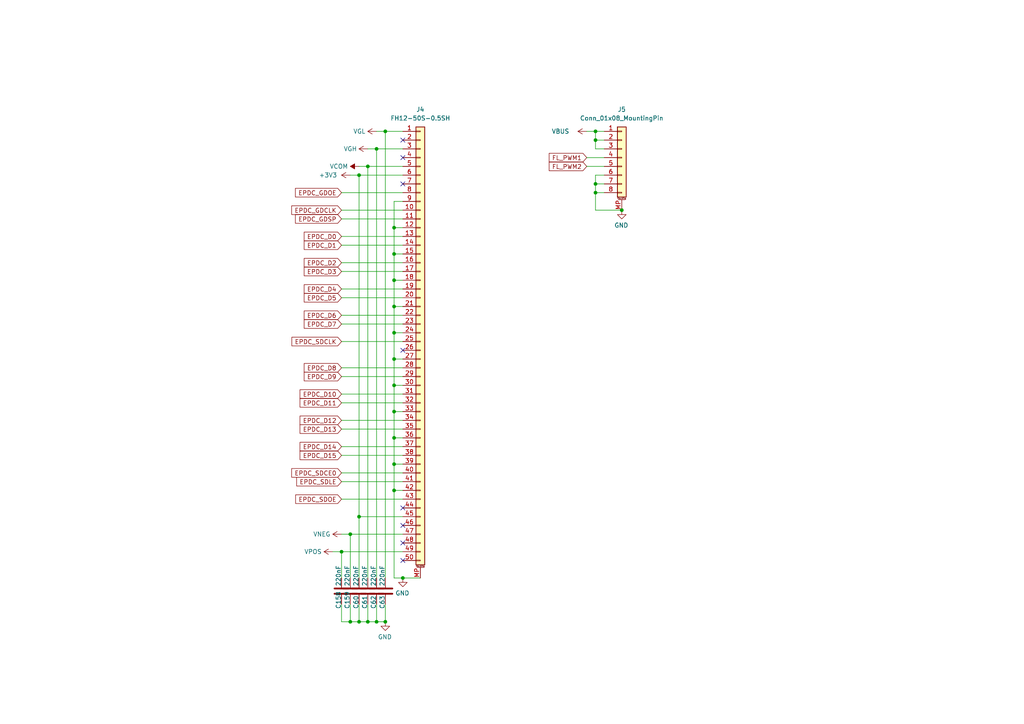
<source format=kicad_sch>
(kicad_sch (version 20231120) (generator "eeschema") (generator_version "8.0")
  (paper "A4")
  (lib_symbols
    (symbol "Connector_Generic_MountingPin:Conn_01x08_MountingPin" (pin_names (offset 1.016) hide)
      (property "Reference" "J" (at 0 10.16 0))
      (property "Value" "Conn_01x08_MountingPin" (at 1.27 -12.7 0))
      (symbol "Conn_01x08_MountingPin_1_1"
        (rectangle (start -1.27 -10.033) (end 0 -10.287) (stroke (width 0.1524)))
        (rectangle (start -1.27 -7.493) (end 0 -7.747) (stroke (width 0.1524)))
        (rectangle (start -1.27 -4.953) (end 0 -5.207) (stroke (width 0.1524)))
        (rectangle (start -1.27 -2.413) (end 0 -2.667) (stroke (width 0.1524)))
        (rectangle (start -1.27 0.127) (end 0 -0.127) (stroke (width 0.1524)))
        (rectangle (start -1.27 2.667) (end 0 2.413) (stroke (width 0.1524)))
        (rectangle (start -1.27 5.207) (end 0 4.953) (stroke (width 0.1524)))
        (rectangle (start -1.27 7.747) (end 0 7.493) (stroke (width 0.1524)))
        (rectangle (start -1.27 8.89) (end 1.27 -11.43) (stroke (width 0.254)) (fill (type background)))
        (polyline (pts (xy -1.016 -12.192) (xy 1.016 -12.192)) (stroke (width 0.1524)))
        (text "Mounting" (at 0 -11.811 0) (effects (font (size 0.381 0.381))))
        (pin passive line (at -5.08 7.62 0) (length 3.81) (name "Pin_1") (number "1"))
        (pin passive line (at -5.08 5.08 0) (length 3.81) (name "Pin_2") (number "2"))
        (pin passive line (at -5.08 2.54 0) (length 3.81) (name "Pin_3") (number "3"))
        (pin passive line (at -5.08 0 0) (length 3.81) (name "Pin_4") (number "4"))
        (pin passive line (at -5.08 -2.54 0) (length 3.81) (name "Pin_5") (number "5"))
        (pin passive line (at -5.08 -5.08 0) (length 3.81) (name "Pin_6") (number "6"))
        (pin passive line (at -5.08 -7.62 0) (length 3.81) (name "Pin_7") (number "7"))
        (pin passive line (at -5.08 -10.16 0) (length 3.81) (name "Pin_8") (number "8"))
        (pin passive line (at 0 -15.24 90) (length 3.048) (name "MountPin") (number "MP"))
      )
    )
    (symbol "Connector_Generic_MountingPin:Conn_01x50_MountingPin" (pin_names (offset 1.016) hide)
      (property "Reference" "J" (at 0 63.5 0))
      (property "Value" "Conn_01x50_MountingPin" (at 1.27 -66.04 0))
      (symbol "Conn_01x50_MountingPin_1_1"
        (rectangle (start -1.27 -63.373) (end 0 -63.627) (stroke (width 0.1524)))
        (rectangle (start -1.27 -60.833) (end 0 -61.087) (stroke (width 0.1524)))
        (rectangle (start -1.27 -58.293) (end 0 -58.547) (stroke (width 0.1524)))
        (rectangle (start -1.27 -55.753) (end 0 -56.007) (stroke (width 0.1524)))
        (rectangle (start -1.27 -53.213) (end 0 -53.467) (stroke (width 0.1524)))
        (rectangle (start -1.27 -50.673) (end 0 -50.927) (stroke (width 0.1524)))
        (rectangle (start -1.27 -48.133) (end 0 -48.387) (stroke (width 0.1524)))
        (rectangle (start -1.27 -45.593) (end 0 -45.847) (stroke (width 0.1524)))
        (rectangle (start -1.27 -43.053) (end 0 -43.307) (stroke (width 0.1524)))
        (rectangle (start -1.27 -40.513) (end 0 -40.767) (stroke (width 0.1524)))
        (rectangle (start -1.27 -37.973) (end 0 -38.227) (stroke (width 0.1524)))
        (rectangle (start -1.27 -35.433) (end 0 -35.687) (stroke (width 0.1524)))
        (rectangle (start -1.27 -32.893) (end 0 -33.147) (stroke (width 0.1524)))
        (rectangle (start -1.27 -30.353) (end 0 -30.607) (stroke (width 0.1524)))
        (rectangle (start -1.27 -27.813) (end 0 -28.067) (stroke (width 0.1524)))
        (rectangle (start -1.27 -25.273) (end 0 -25.527) (stroke (width 0.1524)))
        (rectangle (start -1.27 -22.733) (end 0 -22.987) (stroke (width 0.1524)))
        (rectangle (start -1.27 -20.193) (end 0 -20.447) (stroke (width 0.1524)))
        (rectangle (start -1.27 -17.653) (end 0 -17.907) (stroke (width 0.1524)))
        (rectangle (start -1.27 -15.113) (end 0 -15.367) (stroke (width 0.1524)))
        (rectangle (start -1.27 -12.573) (end 0 -12.827) (stroke (width 0.1524)))
        (rectangle (start -1.27 -10.033) (end 0 -10.287) (stroke (width 0.1524)))
        (rectangle (start -1.27 -7.493) (end 0 -7.747) (stroke (width 0.1524)))
        (rectangle (start -1.27 -4.953) (end 0 -5.207) (stroke (width 0.1524)))
        (rectangle (start -1.27 -2.413) (end 0 -2.667) (stroke (width 0.1524)))
        (rectangle (start -1.27 0.127) (end 0 -0.127) (stroke (width 0.1524)))
        (rectangle (start -1.27 2.667) (end 0 2.413) (stroke (width 0.1524)))
        (rectangle (start -1.27 5.207) (end 0 4.953) (stroke (width 0.1524)))
        (rectangle (start -1.27 7.747) (end 0 7.493) (stroke (width 0.1524)))
        (rectangle (start -1.27 10.287) (end 0 10.033) (stroke (width 0.1524)))
        (rectangle (start -1.27 12.827) (end 0 12.573) (stroke (width 0.1524)))
        (rectangle (start -1.27 15.367) (end 0 15.113) (stroke (width 0.1524)))
        (rectangle (start -1.27 17.907) (end 0 17.653) (stroke (width 0.1524)))
        (rectangle (start -1.27 20.447) (end 0 20.193) (stroke (width 0.1524)))
        (rectangle (start -1.27 22.987) (end 0 22.733) (stroke (width 0.1524)))
        (rectangle (start -1.27 25.527) (end 0 25.273) (stroke (width 0.1524)))
        (rectangle (start -1.27 28.067) (end 0 27.813) (stroke (width 0.1524)))
        (rectangle (start -1.27 30.607) (end 0 30.353) (stroke (width 0.1524)))
        (rectangle (start -1.27 33.147) (end 0 32.893) (stroke (width 0.1524)))
        (rectangle (start -1.27 35.687) (end 0 35.433) (stroke (width 0.1524)))
        (rectangle (start -1.27 38.227) (end 0 37.973) (stroke (width 0.1524)))
        (rectangle (start -1.27 40.767) (end 0 40.513) (stroke (width 0.1524)))
        (rectangle (start -1.27 43.307) (end 0 43.053) (stroke (width 0.1524)))
        (rectangle (start -1.27 45.847) (end 0 45.593) (stroke (width 0.1524)))
        (rectangle (start -1.27 48.387) (end 0 48.133) (stroke (width 0.1524)))
        (rectangle (start -1.27 50.927) (end 0 50.673) (stroke (width 0.1524)))
        (rectangle (start -1.27 53.467) (end 0 53.213) (stroke (width 0.1524)))
        (rectangle (start -1.27 56.007) (end 0 55.753) (stroke (width 0.1524)))
        (rectangle (start -1.27 58.547) (end 0 58.293) (stroke (width 0.1524)))
        (rectangle (start -1.27 61.087) (end 0 60.833) (stroke (width 0.1524)))
        (rectangle (start -1.27 62.23) (end 1.27 -64.77) (stroke (width 0.254)) (fill (type background)))
        (polyline (pts (xy -1.016 -65.532) (xy 1.016 -65.532)) (stroke (width 0.1524)))
        (text "Mounting" (at 0 -65.151 0) (effects (font (size 0.381 0.381))))
        (pin passive line (at -5.08 60.96 0) (length 3.81) (name "Pin_1") (number "1"))
        (pin passive line (at -5.08 38.1 0) (length 3.81) (name "Pin_10") (number "10"))
        (pin passive line (at -5.08 35.56 0) (length 3.81) (name "Pin_11") (number "11"))
        (pin passive line (at -5.08 33.02 0) (length 3.81) (name "Pin_12") (number "12"))
        (pin passive line (at -5.08 30.48 0) (length 3.81) (name "Pin_13") (number "13"))
        (pin passive line (at -5.08 27.94 0) (length 3.81) (name "Pin_14") (number "14"))
        (pin passive line (at -5.08 25.4 0) (length 3.81) (name "Pin_15") (number "15"))
        (pin passive line (at -5.08 22.86 0) (length 3.81) (name "Pin_16") (number "16"))
        (pin passive line (at -5.08 20.32 0) (length 3.81) (name "Pin_17") (number "17"))
        (pin passive line (at -5.08 17.78 0) (length 3.81) (name "Pin_18") (number "18"))
        (pin passive line (at -5.08 15.24 0) (length 3.81) (name "Pin_19") (number "19"))
        (pin passive line (at -5.08 58.42 0) (length 3.81) (name "Pin_2") (number "2"))
        (pin passive line (at -5.08 12.7 0) (length 3.81) (name "Pin_20") (number "20"))
        (pin passive line (at -5.08 10.16 0) (length 3.81) (name "Pin_21") (number "21"))
        (pin passive line (at -5.08 7.62 0) (length 3.81) (name "Pin_22") (number "22"))
        (pin passive line (at -5.08 5.08 0) (length 3.81) (name "Pin_23") (number "23"))
        (pin passive line (at -5.08 2.54 0) (length 3.81) (name "Pin_24") (number "24"))
        (pin passive line (at -5.08 0 0) (length 3.81) (name "Pin_25") (number "25"))
        (pin passive line (at -5.08 -2.54 0) (length 3.81) (name "Pin_26") (number "26"))
        (pin passive line (at -5.08 -5.08 0) (length 3.81) (name "Pin_27") (number "27"))
        (pin passive line (at -5.08 -7.62 0) (length 3.81) (name "Pin_28") (number "28"))
        (pin passive line (at -5.08 -10.16 0) (length 3.81) (name "Pin_29") (number "29"))
        (pin passive line (at -5.08 55.88 0) (length 3.81) (name "Pin_3") (number "3"))
        (pin passive line (at -5.08 -12.7 0) (length 3.81) (name "Pin_30") (number "30"))
        (pin passive line (at -5.08 -15.24 0) (length 3.81) (name "Pin_31") (number "31"))
        (pin passive line (at -5.08 -17.78 0) (length 3.81) (name "Pin_32") (number "32"))
        (pin passive line (at -5.08 -20.32 0) (length 3.81) (name "Pin_33") (number "33"))
        (pin passive line (at -5.08 -22.86 0) (length 3.81) (name "Pin_34") (number "34"))
        (pin passive line (at -5.08 -25.4 0) (length 3.81) (name "Pin_35") (number "35"))
        (pin passive line (at -5.08 -27.94 0) (length 3.81) (name "Pin_36") (number "36"))
        (pin passive line (at -5.08 -30.48 0) (length 3.81) (name "Pin_37") (number "37"))
        (pin passive line (at -5.08 -33.02 0) (length 3.81) (name "Pin_38") (number "38"))
        (pin passive line (at -5.08 -35.56 0) (length 3.81) (name "Pin_39") (number "39"))
        (pin passive line (at -5.08 53.34 0) (length 3.81) (name "Pin_4") (number "4"))
        (pin passive line (at -5.08 -38.1 0) (length 3.81) (name "Pin_40") (number "40"))
        (pin passive line (at -5.08 -40.64 0) (length 3.81) (name "Pin_41") (number "41"))
        (pin passive line (at -5.08 -43.18 0) (length 3.81) (name "Pin_42") (number "42"))
        (pin passive line (at -5.08 -45.72 0) (length 3.81) (name "Pin_43") (number "43"))
        (pin passive line (at -5.08 -48.26 0) (length 3.81) (name "Pin_44") (number "44"))
        (pin passive line (at -5.08 -50.8 0) (length 3.81) (name "Pin_45") (number "45"))
        (pin passive line (at -5.08 -53.34 0) (length 3.81) (name "Pin_46") (number "46"))
        (pin passive line (at -5.08 -55.88 0) (length 3.81) (name "Pin_47") (number "47"))
        (pin passive line (at -5.08 -58.42 0) (length 3.81) (name "Pin_48") (number "48"))
        (pin passive line (at -5.08 -60.96 0) (length 3.81) (name "Pin_49") (number "49"))
        (pin passive line (at -5.08 50.8 0) (length 3.81) (name "Pin_5") (number "5"))
        (pin passive line (at -5.08 -63.5 0) (length 3.81) (name "Pin_50") (number "50"))
        (pin passive line (at -5.08 48.26 0) (length 3.81) (name "Pin_6") (number "6"))
        (pin passive line (at -5.08 45.72 0) (length 3.81) (name "Pin_7") (number "7"))
        (pin passive line (at -5.08 43.18 0) (length 3.81) (name "Pin_8") (number "8"))
        (pin passive line (at -5.08 40.64 0) (length 3.81) (name "Pin_9") (number "9"))
        (pin passive line (at 0 -68.58 90) (length 3.048) (name "MountPin") (number "MP"))
      )
    )
    (symbol "Device:C" (pin_numbers hide) (pin_names (offset 0.254))
      (property "Reference" "C" (at 0.635 2.54 0))
      (property "Value" "C" (at 0.635 -2.54 0))
      (symbol "C_0_1"
        (polyline (pts (xy -2.032 -0.762) (xy 2.032 -0.762)) (stroke (width 0.508)))
        (polyline (pts (xy -2.032 0.762) (xy 2.032 0.762)) (stroke (width 0.508)))
      )
      (symbol "C_1_1"
        (pin passive line (at 0 3.81 270) (length 2.794) (name "~") (number "1"))
        (pin passive line (at 0 -3.81 90) (length 2.794) (name "~") (number "2"))
      )
    )
    (symbol "power:+3V3" (power) (pin_names (offset 0))
      (property "Value" "+3V3" (at 0 3.556 0))
      (symbol "+3V3_0_1"
        (polyline (pts (xy -0.762 1.27) (xy 0 2.54)))
        (polyline (pts (xy 0 0) (xy 0 2.54)))
        (polyline (pts (xy 0 2.54) (xy 0.762 1.27)))
      )
      (symbol "+3V3_1_1"
        (pin power_in line (at 0 0 90) (length 0) hide (name "+3V3") (number "1"))
      )
    )
    (symbol "power:GND" (power) (pin_names (offset 0))
      (property "Value" "GND" (at 0 -3.81 0))
      (symbol "GND_0_1"
        (polyline (pts (xy 0 0) (xy 0 -1.27) (xy 1.27 -1.27) (xy 0 -2.54) (xy -1.27 -1.27) (xy 0 -1.27)))
      )
      (symbol "GND_1_1"
        (pin power_in line (at 0 0 270) (length 0) hide (name "GND") (number "1"))
      )
    )
    (symbol "power:VBUS" (power) (pin_names (offset 0))
      (property "Value" "VBUS" (at 0 3.81 0))
      (symbol "VBUS_0_1"
        (polyline (pts (xy -0.762 1.27) (xy 0 2.54)))
        (polyline (pts (xy 0 0) (xy 0 2.54)))
        (polyline (pts (xy 0 2.54) (xy 0.762 1.27)))
      )
      (symbol "VBUS_1_1"
        (pin power_in line (at 0 0 90) (length 0) hide (name "VBUS") (number "1"))
      )
    )
    (symbol "power:VCOM" (power) (pin_names (offset 0))
      (property "Value" "VCOM" (at 0 3.81 0))
      (symbol "VCOM_0_1"
        (polyline (pts (xy 0 0) (xy 0 2.54)))
        (polyline (pts (xy 0.762 1.27) (xy -0.762 1.27) (xy 0 2.54) (xy 0.762 1.27)) (fill (type outline)))
      )
      (symbol "VCOM_1_1"
        (pin power_in line (at 0 0 90) (length 0) hide (name "VCOM") (number "1"))
      )
    )
    (symbol "symbols:VGH" (power) (pin_names (offset 0))
      (property "Value" "VGH" (at 0 3.556 0))
      (symbol "VGH_0_1"
        (polyline (pts (xy -0.762 1.27) (xy 0 2.54)))
        (polyline (pts (xy 0 0) (xy 0 2.54)))
        (polyline (pts (xy 0 2.54) (xy 0.762 1.27)))
      )
      (symbol "VGH_1_1"
        (pin power_in line (at 0 0 90) (length 0) hide (name "VGH") (number "1"))
      )
    )
    (symbol "symbols:VGL" (power) (pin_names (offset 0))
      (property "Value" "VGL" (at 0 3.556 0))
      (symbol "VGL_0_1"
        (polyline (pts (xy -0.762 1.27) (xy 0 2.54)))
        (polyline (pts (xy 0 0) (xy 0 2.54)))
        (polyline (pts (xy 0 2.54) (xy 0.762 1.27)))
      )
      (symbol "VGL_1_1"
        (pin power_in line (at 0 0 90) (length 0) hide (name "VGL") (number "1"))
      )
    )
    (symbol "symbols:VNEG" (power) (pin_names (offset 0))
      (property "Value" "VNEG" (at 0 3.556 0))
      (symbol "VNEG_0_1"
        (polyline (pts (xy -0.762 1.27) (xy 0 2.54)))
        (polyline (pts (xy 0 0) (xy 0 2.54)))
        (polyline (pts (xy 0 2.54) (xy 0.762 1.27)))
      )
      (symbol "VNEG_1_1"
        (pin power_in line (at 0 0 90) (length 0) hide (name "VNEG") (number "1"))
      )
    )
    (symbol "symbols:VPOS" (power) (pin_names (offset 0))
      (property "Value" "VPOS" (at 0 3.556 0))
      (symbol "VPOS_0_1"
        (polyline (pts (xy -0.762 1.27) (xy 0 2.54)))
        (polyline (pts (xy 0 0) (xy 0 2.54)))
        (polyline (pts (xy 0 2.54) (xy 0.762 1.27)))
      )
      (symbol "VPOS_1_1"
        (pin power_in line (at 0 0 90) (length 0) hide (name "VPOS") (number "1"))
      )
    )
  )
  (junction (at 109.22 180.34) (diameter 0.9144))
  (junction (at 172.72 38.1))
  (junction (at 172.72 55.88))
  (junction (at 114.3 111.76))
  (junction (at 172.72 40.64))
  (junction (at 116.84 167.64))
  (junction (at 114.3 142.24))
  (junction (at 114.3 66.04))
  (junction (at 104.14 149.86))
  (junction (at 104.14 180.34))
  (junction (at 99.06 160.02))
  (junction (at 111.76 180.34) (diameter 0.9144))
  (junction (at 104.14 50.8))
  (junction (at 114.3 134.62))
  (junction (at 106.68 48.26))
  (junction (at 101.6 180.34))
  (junction (at 109.22 43.18))
  (junction (at 114.3 88.9))
  (junction (at 114.3 119.38))
  (junction (at 101.6 154.94))
  (junction (at 172.72 53.34))
  (junction (at 114.3 81.28))
  (junction (at 180.34 60.96))
  (junction (at 106.68 180.34) (diameter 0.9144))
  (junction (at 111.76 38.1))
  (junction (at 114.3 127))
  (junction (at 114.3 96.52))
  (junction (at 114.3 104.14))
  (junction (at 114.3 73.66))
  (no_connect (at 116.84 101.6))
  (no_connect (at 116.84 162.56))
  (no_connect (at 116.84 152.4))
  (no_connect (at 116.84 147.32))
  (no_connect (at 116.84 45.72))
  (no_connect (at 116.84 40.64))
  (no_connect (at 116.84 53.34))
  (no_connect (at 116.84 157.48))
  (wire (pts (xy 114.3 119.38) (xy 114.3 127)))
  (wire (pts (xy 114.3 66.04) (xy 114.3 73.66)))
  (wire (pts (xy 114.3 119.38) (xy 116.84 119.38)))
  (wire (pts (xy 170.18 38.1) (xy 172.72 38.1)))
  (wire (pts (xy 106.68 48.26) (xy 116.84 48.26)))
  (wire (pts (xy 99.06 154.94) (xy 101.6 154.94)))
  (wire (pts (xy 114.3 88.9) (xy 116.84 88.9)))
  (wire (pts (xy 172.72 53.34) (xy 175.26 53.34)))
  (wire (pts (xy 99.06 139.7) (xy 116.84 139.7)))
  (wire (pts (xy 101.6 180.34) (xy 104.14 180.34)))
  (wire (pts (xy 99.06 106.68) (xy 116.84 106.68)))
  (wire (pts (xy 99.06 124.46) (xy 116.84 124.46)))
  (wire (pts (xy 175.26 55.88) (xy 172.72 55.88)))
  (wire (pts (xy 99.06 137.16) (xy 116.84 137.16)))
  (wire (pts (xy 114.3 134.62) (xy 116.84 134.62)))
  (wire (pts (xy 172.72 40.64) (xy 172.72 38.1)))
  (wire (pts (xy 99.06 132.08) (xy 116.84 132.08)))
  (wire (pts (xy 111.76 175.26) (xy 111.76 180.34)))
  (wire (pts (xy 99.06 160.02) (xy 116.84 160.02)))
  (wire (pts (xy 114.3 66.04) (xy 116.84 66.04)))
  (wire (pts (xy 99.06 180.34) (xy 101.6 180.34)))
  (wire (pts (xy 101.6 50.8) (xy 104.14 50.8)))
  (wire (pts (xy 101.6 154.94) (xy 116.84 154.94)))
  (wire (pts (xy 116.84 58.42) (xy 114.3 58.42)))
  (wire (pts (xy 99.06 60.96) (xy 116.84 60.96)))
  (wire (pts (xy 99.06 99.06) (xy 116.84 99.06)))
  (wire (pts (xy 104.14 48.26) (xy 106.68 48.26)))
  (wire (pts (xy 114.3 134.62) (xy 114.3 142.24)))
  (wire (pts (xy 114.3 96.52) (xy 114.3 104.14)))
  (wire (pts (xy 99.06 78.74) (xy 116.84 78.74)))
  (wire (pts (xy 116.84 167.64) (xy 114.3 167.64)))
  (wire (pts (xy 114.3 127) (xy 114.3 134.62)))
  (wire (pts (xy 96.52 160.02) (xy 99.06 160.02)))
  (wire (pts (xy 104.14 175.26) (xy 104.14 180.34)))
  (wire (pts (xy 114.3 81.28) (xy 116.84 81.28)))
  (wire (pts (xy 114.3 81.28) (xy 114.3 88.9)))
  (wire (pts (xy 172.72 43.18) (xy 172.72 40.64)))
  (wire (pts (xy 114.3 111.76) (xy 114.3 119.38)))
  (wire (pts (xy 114.3 73.66) (xy 116.84 73.66)))
  (wire (pts (xy 114.3 142.24) (xy 114.3 167.64)))
  (wire (pts (xy 104.14 50.8) (xy 104.14 149.86)))
  (wire (pts (xy 99.06 160.02) (xy 99.06 167.64)))
  (wire (pts (xy 175.26 43.18) (xy 172.72 43.18)))
  (wire (pts (xy 114.3 127) (xy 116.84 127)))
  (wire (pts (xy 104.14 149.86) (xy 104.14 167.64)))
  (wire (pts (xy 109.22 175.26) (xy 109.22 180.34)))
  (wire (pts (xy 109.22 43.18) (xy 116.84 43.18)))
  (wire (pts (xy 101.6 175.26) (xy 101.6 180.34)))
  (wire (pts (xy 99.06 116.84) (xy 116.84 116.84)))
  (wire (pts (xy 104.14 50.8) (xy 116.84 50.8)))
  (wire (pts (xy 172.72 55.88) (xy 172.72 60.96)))
  (wire (pts (xy 109.22 180.34) (xy 111.76 180.34)))
  (wire (pts (xy 99.06 86.36) (xy 116.84 86.36)))
  (wire (pts (xy 99.06 109.22) (xy 116.84 109.22)))
  (wire (pts (xy 99.06 63.5) (xy 116.84 63.5)))
  (wire (pts (xy 172.72 53.34) (xy 172.72 55.88)))
  (wire (pts (xy 114.3 111.76) (xy 116.84 111.76)))
  (wire (pts (xy 114.3 104.14) (xy 116.84 104.14)))
  (wire (pts (xy 99.06 93.98) (xy 116.84 93.98)))
  (wire (pts (xy 111.76 38.1) (xy 111.76 167.64)))
  (wire (pts (xy 170.18 45.72) (xy 175.26 45.72)))
  (wire (pts (xy 114.3 96.52) (xy 116.84 96.52)))
  (wire (pts (xy 175.26 50.8) (xy 172.72 50.8)))
  (wire (pts (xy 101.6 154.94) (xy 101.6 167.64)))
  (wire (pts (xy 99.06 144.78) (xy 116.84 144.78)))
  (wire (pts (xy 104.14 180.34) (xy 106.68 180.34)))
  (wire (pts (xy 99.06 55.88) (xy 116.84 55.88)))
  (wire (pts (xy 114.3 58.42) (xy 114.3 66.04)))
  (wire (pts (xy 106.68 180.34) (xy 109.22 180.34)))
  (wire (pts (xy 99.06 114.3) (xy 116.84 114.3)))
  (wire (pts (xy 111.76 38.1) (xy 116.84 38.1)))
  (wire (pts (xy 114.3 73.66) (xy 114.3 81.28)))
  (wire (pts (xy 99.06 91.44) (xy 116.84 91.44)))
  (wire (pts (xy 99.06 68.58) (xy 116.84 68.58)))
  (wire (pts (xy 99.06 71.12) (xy 116.84 71.12)))
  (wire (pts (xy 121.92 167.64) (xy 116.84 167.64)))
  (wire (pts (xy 99.06 76.2) (xy 116.84 76.2)))
  (wire (pts (xy 99.06 83.82) (xy 116.84 83.82)))
  (wire (pts (xy 172.72 60.96) (xy 180.34 60.96)))
  (wire (pts (xy 172.72 50.8) (xy 172.72 53.34)))
  (wire (pts (xy 99.06 175.26) (xy 99.06 180.34)))
  (wire (pts (xy 104.14 149.86) (xy 116.84 149.86)))
  (wire (pts (xy 106.68 175.26) (xy 106.68 180.34)))
  (wire (pts (xy 114.3 142.24) (xy 116.84 142.24)))
  (wire (pts (xy 109.22 38.1) (xy 111.76 38.1)))
  (wire (pts (xy 170.18 48.26) (xy 175.26 48.26)))
  (wire (pts (xy 172.72 38.1) (xy 175.26 38.1)))
  (wire (pts (xy 114.3 104.14) (xy 114.3 111.76)))
  (wire (pts (xy 106.68 48.26) (xy 106.68 167.64)))
  (wire (pts (xy 109.22 43.18) (xy 109.22 167.64)))
  (wire (pts (xy 172.72 40.64) (xy 175.26 40.64)))
  (wire (pts (xy 99.06 121.92) (xy 116.84 121.92)))
  (wire (pts (xy 99.06 129.54) (xy 116.84 129.54)))
  (wire (pts (xy 114.3 88.9) (xy 114.3 96.52)))
  (wire (pts (xy 106.68 43.18) (xy 109.22 43.18)))
  (global_label "EPDC_SDOE" (shape input) (at 99.06 144.78 180) (property "Intersheetrefs" "${INTERSHEET_REFS}" (effects (hide yes))))
  (global_label "EPDC_GDCLK" (shape input) (at 99.06 60.96 180) (property "Intersheetrefs" "${INTERSHEET_REFS}" (effects (hide yes))))
  (global_label "EPDC_D2" (shape input) (at 99.06 76.2 180) (property "Intersheetrefs" "${INTERSHEET_REFS}" (effects (hide yes))))
  (global_label "EPDC_GDSP" (shape input) (at 99.06 63.5 180) (property "Intersheetrefs" "${INTERSHEET_REFS}" (effects (hide yes))))
  (global_label "EPDC_D4" (shape input) (at 99.06 83.82 180) (property "Intersheetrefs" "${INTERSHEET_REFS}" (effects (hide yes))))
  (global_label "EPDC_SDLE" (shape input) (at 99.06 139.7 180) (property "Intersheetrefs" "${INTERSHEET_REFS}" (effects (hide yes))))
  (global_label "FL_PWM1" (shape input) (at 170.18 45.72 180) (property "Intersheetrefs" "${INTERSHEET_REFS}" (effects (hide yes))))
  (global_label "EPDC_D3" (shape input) (at 99.06 78.74 180) (property "Intersheetrefs" "${INTERSHEET_REFS}" (effects (hide yes))))
  (global_label "EPDC_D14" (shape input) (at 99.06 129.54 180) (property "Intersheetrefs" "${INTERSHEET_REFS}" (effects (hide yes))))
  (global_label "EPDC_D9" (shape input) (at 99.06 109.22 180) (property "Intersheetrefs" "${INTERSHEET_REFS}" (effects (hide yes))))
  (global_label "FL_PWM2" (shape input) (at 170.18 48.26 180) (property "Intersheetrefs" "${INTERSHEET_REFS}" (effects (hide yes))))
  (global_label "EPDC_D6" (shape input) (at 99.06 91.44 180) (property "Intersheetrefs" "${INTERSHEET_REFS}" (effects (hide yes))))
  (global_label "EPDC_D15" (shape input) (at 99.06 132.08 180) (property "Intersheetrefs" "${INTERSHEET_REFS}" (effects (hide yes))))
  (global_label "EPDC_D1" (shape input) (at 99.06 71.12 180) (property "Intersheetrefs" "${INTERSHEET_REFS}" (effects (hide yes))))
  (global_label "EPDC_D11" (shape input) (at 99.06 116.84 180) (property "Intersheetrefs" "${INTERSHEET_REFS}" (effects (hide yes))))
  (global_label "EPDC_D8" (shape input) (at 99.06 106.68 180) (property "Intersheetrefs" "${INTERSHEET_REFS}" (effects (hide yes))))
  (global_label "EPDC_D10" (shape input) (at 99.06 114.3 180) (property "Intersheetrefs" "${INTERSHEET_REFS}" (effects (hide yes))))
  (global_label "EPDC_SDCE0" (shape input) (at 99.06 137.16 180) (property "Intersheetrefs" "${INTERSHEET_REFS}" (effects (hide yes))))
  (global_label "EPDC_D5" (shape input) (at 99.06 86.36 180) (property "Intersheetrefs" "${INTERSHEET_REFS}" (effects (hide yes))))
  (global_label "EPDC_D7" (shape input) (at 99.06 93.98 180) (property "Intersheetrefs" "${INTERSHEET_REFS}" (effects (hide yes))))
  (global_label "EPDC_SDCLK" (shape input) (at 99.06 99.06 180) (property "Intersheetrefs" "${INTERSHEET_REFS}" (effects (hide yes))))
  (global_label "EPDC_D13" (shape input) (at 99.06 124.46 180) (property "Intersheetrefs" "${INTERSHEET_REFS}" (effects (hide yes))))
  (global_label "EPDC_D12" (shape input) (at 99.06 121.92 180) (property "Intersheetrefs" "${INTERSHEET_REFS}" (effects (hide yes))))
  (global_label "EPDC_GDOE" (shape input) (at 99.06 55.88 180) (property "Intersheetrefs" "${INTERSHEET_REFS}" (effects (hide yes))))
  (global_label "EPDC_D0" (shape input) (at 99.06 68.58 180) (property "Intersheetrefs" "${INTERSHEET_REFS}" (effects (hide yes))))
  (symbol (lib_id "Device:C") (at 101.6 171.45 0) (unit 1)
    (property "Reference" "C159" (at 100.711 176.6316 90) (effects (justify left)))
    (property "Value" "220nF" (at 100.711 170.053 90) (effects (justify left)))
    (property "Footprint" "Capacitor_SMD:C_0402_1005Metric" (effects (hide yes)))
    (property "Ref.Price" "0.0036" (effects (hide yes)))
  )
  (symbol (lib_id "power:GND") (at 111.76 180.34 0) (mirror y) (unit 1)
    (property "Reference" "#PWR096" (effects (hide yes)))
    (property "Value" "GND" (at 111.633 184.7342 0))
  )
  (symbol (lib_id "power:VCOM") (at 104.14 48.26 90) (unit 1)
    (property "Reference" "#PWR092" (effects (hide yes)))
    (property "Value" "VCOM" (at 100.965 48.2599 90) (effects (justify left)))
  )
  (symbol (lib_id "power:GND") (at 180.34 60.96 0) (mirror y) (unit 1)
    (property "Reference" "#PWR044" (effects (hide yes)))
    (property "Value" "GND" (at 180.213 65.3542 0))
  )
  (symbol (lib_id "symbols:VGL") (at 109.22 38.1 90) (unit 1)
    (property "Reference" "#PWR095" (effects (hide yes)))
    (property "Value" "VGL" (at 106.045 38.0999 90) (effects (justify left)))
  )
  (symbol (lib_id "power:VBUS") (at 170.18 38.1 90) (unit 1)
    (property "Reference" "#PWR0183" (effects (hide yes)))
    (property "Value" "VBUS" (at 162.56 38.1 90))
  )
  (symbol (lib_id "power:+3V3") (at 101.6 50.8 90) (unit 1)
    (property "Reference" "#PWR093" (effects (hide yes)))
    (property "Value" "+3V3" (at 97.79 50.8 90) (effects (justify left)))
  )
  (symbol (lib_id "Device:C") (at 109.22 171.45 0) (unit 1)
    (property "Reference" "C62" (at 108.331 176.6316 90) (effects (justify left)))
    (property "Value" "220nF" (at 108.331 170.053 90) (effects (justify left)))
    (property "Footprint" "Capacitor_SMD:C_0402_1005Metric" (effects (hide yes)))
    (property "Ref.Price" "0.0036" (effects (hide yes)))
  )
  (symbol (lib_id "Connector_Generic_MountingPin:Conn_01x08_MountingPin") (at 180.34 45.72 0) (unit 1)
    (property "Reference" "J5" (at 180.34 31.75 0))
    (property "Value" "Conn_01x08_MountingPin" (at 180.34 34.29 0))
    (property "Footprint" "Connector_FFC-FPC:Hirose_FH12-8S-0.5SH_1x08-1MP_P0.50mm_Horizontal" (effects (hide yes)))
    (property "Description" "Generic connectable mounting pin connector, single row, 01x08, script generated (kicad-library-utils/schlib/autogen/connector/)" (effects (hide yes)))
  )
  (symbol (lib_id "Device:C") (at 104.14 171.45 0) (unit 1)
    (property "Reference" "C60" (at 103.251 176.6316 90) (effects (justify left)))
    (property "Value" "220nF" (at 103.251 170.053 90) (effects (justify left)))
    (property "Footprint" "Capacitor_SMD:C_0402_1005Metric" (effects (hide yes)))
    (property "Ref.Price" "0.0036" (effects (hide yes)))
  )
  (symbol (lib_id "Device:C") (at 111.76 171.45 0) (unit 1)
    (property "Reference" "C63" (at 110.871 176.6316 90) (effects (justify left)))
    (property "Value" "220nF" (at 110.871 170.053 90) (effects (justify left)))
    (property "Footprint" "Capacitor_SMD:C_0402_1005Metric" (effects (hide yes)))
    (property "Ref.Price" "0.0036" (effects (hide yes)))
  )
  (symbol (lib_id "Connector_Generic_MountingPin:Conn_01x50_MountingPin") (at 121.92 99.06 0) (unit 1)
    (property "Reference" "J4" (at 121.92 31.75 0))
    (property "Value" "FH12-50S-0.5SH" (at 121.92 34.29 0))
    (property "Footprint" "Connector_FFC-FPC:Hirose_FH12-50S-0.5SH_1x50-1MP_P0.50mm_Horizontal" (effects (hide yes)))
    (property "Description" "\"Generic connectable mounting pin connector, single row, 01x50, script generated\"" (effects (hide yes)))
  )
  (symbol (lib_id "symbols:VGH") (at 106.68 43.18 90) (unit 1)
    (property "Reference" "#PWR094" (effects (hide yes)))
    (property "Value" "VGH" (at 101.6 43.18 90))
  )
  (symbol (lib_id "Device:C") (at 106.68 171.45 0) (unit 1)
    (property "Reference" "C61" (at 105.791 176.6316 90) (effects (justify left)))
    (property "Value" "220nF" (at 105.791 170.053 90) (effects (justify left)))
    (property "Footprint" "Capacitor_SMD:C_0402_1005Metric" (effects (hide yes)))
    (property "Ref.Price" "0.0036" (effects (hide yes)))
  )
  (symbol (lib_id "power:GND") (at 116.84 167.64 0) (mirror y) (unit 1)
    (property "Reference" "#PWR088" (effects (hide yes)))
    (property "Value" "GND" (at 116.713 172.0342 0))
  )
  (symbol (lib_id "symbols:VPOS") (at 96.52 160.02 90) (unit 1)
    (property "Reference" "#PWR091" (effects (hide yes)))
    (property "Value" "VPOS" (at 93.345 160.0199 90) (effects (justify left)))
  )
  (symbol (lib_id "symbols:VNEG") (at 99.06 154.94 90) (unit 1)
    (property "Reference" "#PWR090" (effects (hide yes)))
    (property "Value" "VNEG" (at 93.345 154.94 90))
  )
  (symbol (lib_id "Device:C") (at 99.06 171.45 0) (unit 1)
    (property "Reference" "C158" (at 98.171 176.6316 90) (effects (justify left)))
    (property "Value" "220nF" (at 98.171 170.053 90) (effects (justify left)))
    (property "Footprint" "Capacitor_SMD:C_0402_1005Metric" (effects (hide yes)))
    (property "Ref.Price" "0.0036" (effects (hide yes)))
  )
)
</source>
